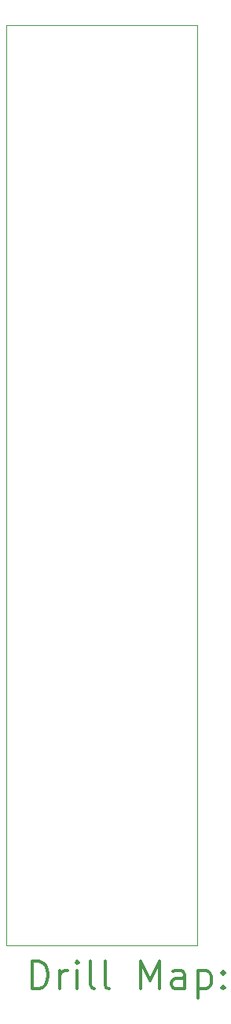
<source format=gbr>
%FSLAX45Y45*%
G04 Gerber Fmt 4.5, Leading zero omitted, Abs format (unit mm)*
G04 Created by KiCad (PCBNEW 5.1.10) date 2021-12-13 09:13:31*
%MOMM*%
%LPD*%
G01*
G04 APERTURE LIST*
%TA.AperFunction,Profile*%
%ADD10C,0.100000*%
%TD*%
%ADD11C,0.200000*%
%ADD12C,0.300000*%
G04 APERTURE END LIST*
D10*
X11379200Y-2463800D02*
X9321800Y-2463800D01*
X11379200Y-12369800D02*
X11379200Y-2463800D01*
X9321800Y-12369800D02*
X11379200Y-12369800D01*
X9321800Y-2463800D02*
X9321800Y-12369800D01*
D11*
D12*
X9603228Y-12840514D02*
X9603228Y-12540514D01*
X9674657Y-12540514D01*
X9717514Y-12554800D01*
X9746086Y-12583371D01*
X9760371Y-12611943D01*
X9774657Y-12669086D01*
X9774657Y-12711943D01*
X9760371Y-12769086D01*
X9746086Y-12797657D01*
X9717514Y-12826229D01*
X9674657Y-12840514D01*
X9603228Y-12840514D01*
X9903228Y-12840514D02*
X9903228Y-12640514D01*
X9903228Y-12697657D02*
X9917514Y-12669086D01*
X9931800Y-12654800D01*
X9960371Y-12640514D01*
X9988943Y-12640514D01*
X10088943Y-12840514D02*
X10088943Y-12640514D01*
X10088943Y-12540514D02*
X10074657Y-12554800D01*
X10088943Y-12569086D01*
X10103228Y-12554800D01*
X10088943Y-12540514D01*
X10088943Y-12569086D01*
X10274657Y-12840514D02*
X10246086Y-12826229D01*
X10231800Y-12797657D01*
X10231800Y-12540514D01*
X10431800Y-12840514D02*
X10403228Y-12826229D01*
X10388943Y-12797657D01*
X10388943Y-12540514D01*
X10774657Y-12840514D02*
X10774657Y-12540514D01*
X10874657Y-12754800D01*
X10974657Y-12540514D01*
X10974657Y-12840514D01*
X11246086Y-12840514D02*
X11246086Y-12683371D01*
X11231800Y-12654800D01*
X11203228Y-12640514D01*
X11146086Y-12640514D01*
X11117514Y-12654800D01*
X11246086Y-12826229D02*
X11217514Y-12840514D01*
X11146086Y-12840514D01*
X11117514Y-12826229D01*
X11103228Y-12797657D01*
X11103228Y-12769086D01*
X11117514Y-12740514D01*
X11146086Y-12726229D01*
X11217514Y-12726229D01*
X11246086Y-12711943D01*
X11388943Y-12640514D02*
X11388943Y-12940514D01*
X11388943Y-12654800D02*
X11417514Y-12640514D01*
X11474657Y-12640514D01*
X11503228Y-12654800D01*
X11517514Y-12669086D01*
X11531800Y-12697657D01*
X11531800Y-12783371D01*
X11517514Y-12811943D01*
X11503228Y-12826229D01*
X11474657Y-12840514D01*
X11417514Y-12840514D01*
X11388943Y-12826229D01*
X11660371Y-12811943D02*
X11674657Y-12826229D01*
X11660371Y-12840514D01*
X11646086Y-12826229D01*
X11660371Y-12811943D01*
X11660371Y-12840514D01*
X11660371Y-12654800D02*
X11674657Y-12669086D01*
X11660371Y-12683371D01*
X11646086Y-12669086D01*
X11660371Y-12654800D01*
X11660371Y-12683371D01*
M02*

</source>
